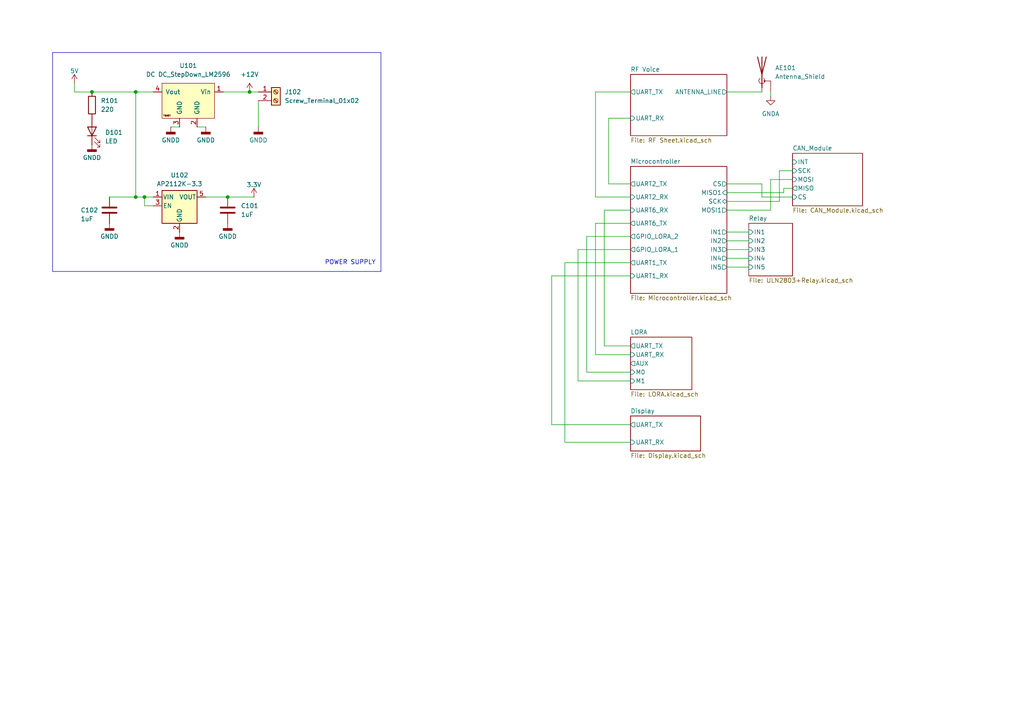
<source format=kicad_sch>
(kicad_sch (version 20231120) (generator "eeschema") (generator_version "8.0")
  (paper "A4")
  (lib_symbols
    (symbol "Connector:Screw_Terminal_01x02" (pin_names (offset 1.016) hide)
      (property "Reference" "J" (at 0 2.54 0))
      (property "Value" "Screw_Terminal_01x02" (at 0 -5.08 0))
      (symbol "Screw_Terminal_01x02_1_1"
        (rectangle (start -1.27 1.27) (end 1.27 -3.81) (stroke (width 0.254)) (fill (type background)))
        (circle (center 0 -2.54) (radius 0.635) (stroke (width 0.1524)))
        (polyline (pts (xy -0.5334 -2.2098) (xy 0.3302 -3.048)) (stroke (width 0.1524)))
        (polyline (pts (xy -0.5334 0.3302) (xy 0.3302 -0.508)) (stroke (width 0.1524)))
        (polyline (pts (xy -0.3556 -2.032) (xy 0.508 -2.8702)) (stroke (width 0.1524)))
        (polyline (pts (xy -0.3556 0.508) (xy 0.508 -0.3302)) (stroke (width 0.1524)))
        (circle (center 0 0) (radius 0.635) (stroke (width 0.1524)))
        (pin passive line (at -5.08 0 0) (length 3.81) (name "Pin_1") (number "1"))
        (pin passive line (at -5.08 -2.54 0) (length 3.81) (name "Pin_2") (number "2"))
      )
    )
    (symbol "DC DC Modules:YAAJ_DCDC_StepDown_LM2596" (pin_names (offset 1.016))
      (property "Reference" "U" (at -5.08 6.35 0))
      (property "Value" "DC DC_StepDown_LM2596" (at 0 11.43 0))
      (symbol "YAAJ_DCDC_StepDown_LM2596_0_1"
        (rectangle (start -7.62 5.08) (end 7.62 -5.08) (fill (type background)))
      )
      (symbol "YAAJ_DCDC_StepDown_LM2596_1_1"
        (text "Y@@V" (at 6.1976 -4.2672 0) (effects (font (size 0.508 0.508))))
        (pin power_in line (at -10.16 2.54 0) (length 2.54) (name "Vin") (number "1"))
        (pin power_in line (at -2.54 -7.62 90) (length 2.54) (name "GND") (number "2"))
        (pin power_in line (at 2.54 -7.62 90) (length 2.54) (name "GND") (number "3"))
        (pin power_out line (at 10.16 2.54 180) (length 2.54) (name "Vout") (number "4"))
      )
    )
    (symbol "Device:Antenna_Shield" (pin_numbers hide) (pin_names (offset 1.016) hide)
      (property "Reference" "AE" (at -1.905 4.445 0))
      (property "Value" "Antenna_Shield" (at -1.905 2.54 0))
      (symbol "Antenna_Shield_0_1"
        (arc (start -0.508 -1.143) (mid -0.8429 -2.1194) (end 0 -2.667))
        (arc (start 0 -2.667) (mid 0.7989 -2.1052) (end 0.508 -1.143))
        (polyline (pts (xy 0 -2.54) (xy 0 0)))
        (polyline (pts (xy 0 5.08) (xy 0 -3.81)) (stroke (width 0.254)))
        (polyline (pts (xy 0.762 -1.905) (xy 2.54 -1.905)))
        (polyline (pts (xy 2.54 -2.54) (xy 2.54 -1.905)))
        (polyline (pts (xy 1.27 5.08) (xy 0 0) (xy -1.27 5.08)) (stroke (width 0.254)))
        (circle (center 0.762 -1.905) (radius 0.1778) (fill (type outline)))
      )
      (symbol "Antenna_Shield_1_1"
        (pin input line (at 0 -5.08 90) (length 2.54) (name "A") (number "1"))
        (pin input line (at 2.54 -5.08 90) (length 2.54) (name "Shield") (number "2"))
      )
    )
    (symbol "Device:C" (pin_numbers hide) (pin_names (offset 0.254))
      (property "Reference" "C" (at 0.635 2.54 0))
      (property "Value" "C" (at 0.635 -2.54 0))
      (symbol "C_0_1"
        (polyline (pts (xy -2.032 -0.762) (xy 2.032 -0.762)) (stroke (width 0.508)))
        (polyline (pts (xy -2.032 0.762) (xy 2.032 0.762)) (stroke (width 0.508)))
      )
      (symbol "C_1_1"
        (pin passive line (at 0 3.81 270) (length 2.794) (name "~") (number "1"))
        (pin passive line (at 0 -3.81 90) (length 2.794) (name "~") (number "2"))
      )
    )
    (symbol "Device:LED" (pin_numbers hide) (pin_names (offset 1.016) hide)
      (property "Reference" "D" (at 0 2.54 0))
      (property "Value" "LED" (at 0 -2.54 0))
      (symbol "LED_0_1"
        (polyline (pts (xy -1.27 -1.27) (xy -1.27 1.27)) (stroke (width 0.254)))
        (polyline (pts (xy -1.27 0) (xy 1.27 0)))
        (polyline (pts (xy 1.27 -1.27) (xy 1.27 1.27) (xy -1.27 0) (xy 1.27 -1.27)) (stroke (width 0.254)))
        (polyline (pts (xy -3.048 -0.762) (xy -4.572 -2.286) (xy -3.81 -2.286) (xy -4.572 -2.286) (xy -4.572 -1.524)))
        (polyline (pts (xy -1.778 -0.762) (xy -3.302 -2.286) (xy -2.54 -2.286) (xy -3.302 -2.286) (xy -3.302 -1.524)))
      )
      (symbol "LED_1_1"
        (pin passive line (at -3.81 0 0) (length 2.54) (name "K") (number "1"))
        (pin passive line (at 3.81 0 180) (length 2.54) (name "A") (number "2"))
      )
    )
    (symbol "Device:R" (pin_numbers hide) (pin_names (offset 0))
      (property "Reference" "R" (at 2.032 0 90))
      (property "Value" "R" (at 0 0 90))
      (symbol "R_0_1"
        (rectangle (start -1.016 -2.54) (end 1.016 2.54) (stroke (width 0.254)))
      )
      (symbol "R_1_1"
        (pin passive line (at 0 3.81 270) (length 1.27) (name "~") (number "1"))
        (pin passive line (at 0 -3.81 90) (length 1.27) (name "~") (number "2"))
      )
    )
    (symbol "Regulator_Linear:AP2112K-3.3" (pin_names (offset 0.254))
      (property "Reference" "U" (at -5.08 5.715 0))
      (property "Value" "AP2112K-3.3" (at 0 5.715 0))
      (symbol "AP2112K-3.3_0_1"
        (rectangle (start -5.08 4.445) (end 5.08 -5.08) (stroke (width 0.254)) (fill (type background)))
      )
      (symbol "AP2112K-3.3_1_1"
        (pin power_in line (at -7.62 2.54 0) (length 2.54) (name "VIN") (number "1"))
        (pin power_in line (at 0 -7.62 90) (length 2.54) (name "GND") (number "2"))
        (pin input line (at -7.62 0 0) (length 2.54) (name "EN") (number "3"))
        (pin no_connect line (at 5.08 0 180) (length 2.54) hide (name "NC") (number "4"))
        (pin power_out line (at 7.62 2.54 180) (length 2.54) (name "VOUT") (number "5"))
      )
    )
    (symbol "power:+12V" (power) (pin_numbers hide) (pin_names (offset 0) hide)
      (property "Value" "+12V" (at 0 3.556 0))
      (symbol "+12V_0_1"
        (polyline (pts (xy -0.762 1.27) (xy 0 2.54)))
        (polyline (pts (xy 0 0) (xy 0 2.54)))
        (polyline (pts (xy 0 2.54) (xy 0.762 1.27)))
      )
      (symbol "+12V_1_1"
        (pin power_in line (at 0 0 90) (length 0) (name "~") (number "1"))
      )
    )
    (symbol "power:GNDA" (power) (pin_numbers hide) (pin_names (offset 0) hide)
      (property "Value" "GNDA" (at 0 -3.81 0))
      (symbol "GNDA_0_1"
        (polyline (pts (xy 0 0) (xy 0 -1.27) (xy 1.27 -1.27) (xy 0 -2.54) (xy -1.27 -1.27) (xy 0 -1.27)))
      )
      (symbol "GNDA_1_1"
        (pin power_in line (at 0 0 270) (length 0) (name "~") (number "1"))
      )
    )
    (symbol "power:GNDD" (power) (pin_numbers hide) (pin_names (offset 0) hide)
      (property "Value" "GNDD" (at 0 -3.175 0))
      (symbol "GNDD_0_1"
        (rectangle (start -1.27 -1.524) (end 1.27 -2.032) (stroke (width 0.254)) (fill (type outline)))
        (polyline (pts (xy 0 0) (xy 0 -1.524)))
      )
      (symbol "GNDD_1_1"
        (pin power_in line (at 0 0 270) (length 0) (name "~") (number "1"))
      )
    )
    (symbol "power:VCC" (power) (pin_numbers hide) (pin_names (offset 0) hide)
      (property "Value" "VCC" (at 0 3.556 0))
      (symbol "VCC_0_1"
        (polyline (pts (xy -0.762 1.27) (xy 0 2.54)))
        (polyline (pts (xy 0 0) (xy 0 2.54)))
        (polyline (pts (xy 0 2.54) (xy 0.762 1.27)))
      )
      (symbol "VCC_1_1"
        (pin power_in line (at 0 0 90) (length 0) (name "~") (number "1"))
      )
    )
  )
  (junction (at 72.39 26.67))
  (junction (at 66.04 57.15))
  (junction (at 39.37 26.67))
  (junction (at 26.67 26.67))
  (junction (at 39.37 57.15))
  (junction (at 41.91 57.15))
  (wire (pts (xy 210.82 67.31) (xy 217.17 67.31)))
  (wire (pts (xy 175.26 60.96) (xy 175.26 100.33)))
  (wire (pts (xy 160.02 80.01) (xy 182.88 80.01)))
  (wire (pts (xy 182.88 53.34) (xy 176.53 53.34)))
  (wire (pts (xy 39.37 26.67) (xy 44.45 26.67)))
  (wire (pts (xy 223.52 26.67) (xy 223.52 27.94)))
  (wire (pts (xy 160.02 123.19) (xy 160.02 80.01)))
  (wire (pts (xy 41.91 59.69) (xy 44.45 59.69)))
  (wire (pts (xy 175.26 100.33) (xy 182.88 100.33)))
  (wire (pts (xy 227.33 54.61) (xy 229.87 54.61)))
  (wire (pts (xy 41.91 57.15) (xy 39.37 57.15)))
  (wire (pts (xy 31.75 57.15) (xy 39.37 57.15)))
  (wire (pts (xy 172.72 64.77) (xy 182.88 64.77)))
  (wire (pts (xy 210.82 77.47) (xy 217.17 77.47)))
  (wire (pts (xy 210.82 58.42) (xy 226.06 58.42)))
  (wire (pts (xy 59.69 57.15) (xy 66.04 57.15)))
  (wire (pts (xy 182.88 72.39) (xy 167.64 72.39)))
  (wire (pts (xy 182.88 57.15) (xy 172.72 57.15)))
  (wire (pts (xy 227.33 55.88) (xy 227.33 54.61)))
  (wire (pts (xy 39.37 57.15) (xy 39.37 26.67)))
  (wire (pts (xy 220.98 57.15) (xy 229.87 57.15)))
  (wire (pts (xy 182.88 123.19) (xy 160.02 123.19)))
  (wire (pts (xy 210.82 60.96) (xy 223.52 60.96)))
  (wire (pts (xy 176.53 34.29) (xy 182.88 34.29)))
  (wire (pts (xy 176.53 53.34) (xy 176.53 34.29)))
  (wire (pts (xy 41.91 57.15) (xy 44.45 57.15)))
  (wire (pts (xy 167.64 72.39) (xy 167.64 110.49)))
  (wire (pts (xy 72.39 26.67) (xy 74.93 26.67)))
  (wire (pts (xy 210.82 74.93) (xy 217.17 74.93)))
  (wire (pts (xy 66.04 57.15) (xy 73.66 57.15)))
  (wire (pts (xy 163.83 128.27) (xy 182.88 128.27)))
  (wire (pts (xy 21.59 24.13) (xy 21.59 26.67)))
  (wire (pts (xy 210.82 53.34) (xy 220.98 53.34)))
  (wire (pts (xy 210.82 26.67) (xy 220.98 26.67)))
  (wire (pts (xy 64.77 26.67) (xy 72.39 26.67)))
  (wire (pts (xy 182.88 68.58) (xy 170.18 68.58)))
  (wire (pts (xy 167.64 110.49) (xy 182.88 110.49)))
  (wire (pts (xy 220.98 53.34) (xy 220.98 57.15)))
  (wire (pts (xy 182.88 102.87) (xy 172.72 102.87)))
  (wire (pts (xy 170.18 107.95) (xy 182.88 107.95)))
  (wire (pts (xy 26.67 26.67) (xy 39.37 26.67)))
  (wire (pts (xy 210.82 72.39) (xy 217.17 72.39)))
  (wire (pts (xy 182.88 60.96) (xy 175.26 60.96)))
  (wire (pts (xy 172.72 26.67) (xy 182.88 26.67)))
  (wire (pts (xy 163.83 76.2) (xy 163.83 128.27)))
  (wire (pts (xy 223.52 52.07) (xy 229.87 52.07)))
  (wire (pts (xy 226.06 58.42) (xy 226.06 49.53)))
  (wire (pts (xy 210.82 55.88) (xy 227.33 55.88)))
  (wire (pts (xy 74.93 36.83) (xy 74.93 29.21)))
  (wire (pts (xy 41.91 57.15) (xy 41.91 59.69)))
  (wire (pts (xy 226.06 49.53) (xy 229.87 49.53)))
  (wire (pts (xy 172.72 57.15) (xy 172.72 26.67)))
  (wire (pts (xy 21.59 26.67) (xy 26.67 26.67)))
  (wire (pts (xy 210.82 69.85) (xy 217.17 69.85)))
  (wire (pts (xy 59.69 36.83) (xy 57.15 36.83)))
  (wire (pts (xy 172.72 102.87) (xy 172.72 64.77)))
  (wire (pts (xy 223.52 60.96) (xy 223.52 52.07)))
  (wire (pts (xy 170.18 68.58) (xy 170.18 107.95)))
  (wire (pts (xy 49.53 36.83) (xy 52.07 36.83)))
  (wire (pts (xy 182.88 76.2) (xy 163.83 76.2)))
  (rectangle (start 15.24 15.24) (end 110.49 78.74))
  (text "POWER SUPPLY" (at 101.6 76.2 0) (effects (font (size 1.27 1.27))))
  (symbol (lib_id "Regulator_Linear:AP2112K-3.3") (at 52.07 59.69 0) (unit 1)
    (property "Reference" "U102" (at 52.07 50.8 0))
    (property "Value" "AP2112K-3.3" (at 52.07 53.34 0))
    (property "Footprint" "Package_TO_SOT_SMD:SOT-23-5" (effects (hide yes)))
    (property "Datasheet" "https://www.diodes.com/assets/Datasheets/AP2112.pdf" (effects (hide yes)))
    (property "Description" "600mA low dropout linear regulator, with enable pin, 3.8V-6V input voltage range, 3.3V fixed positive output, SOT-23-5" (effects (hide yes)))
  )
  (symbol (lib_id "power:VCC") (at 73.66 57.15 0) (unit 1)
    (property "Reference" "#PWR0107" (effects (hide yes)))
    (property "Value" "3.3V" (at 73.66 53.594 0))
    (property "Description" "Power symbol creates a global label with name \"VCC\"" (effects (hide yes)))
  )
  (symbol (lib_id "Device:Antenna_Shield") (at 220.98 21.59 0) (unit 1)
    (property "Reference" "AE101" (at 224.79 19.6849 0) (effects (justify left)))
    (property "Value" "Antenna_Shield" (at 224.79 22.2249 0) (effects (justify left)))
    (property "Footprint" "Connector_Coaxial:SMA_Amphenol_132134-11_Vertical" (effects (hide yes)))
    (property "Description" "Antenna with extra pin for shielding" (effects (hide yes)))
  )
  (symbol (lib_id "DC DC Modules:YAAJ_DCDC_StepDown_LM2596") (at 54.61 29.21 0) (mirror y) (unit 1)
    (property "Reference" "U101" (at 54.61 19.05 0))
    (property "Value" "DC DC_StepDown_LM2596" (at 54.61 21.59 0))
    (property "Footprint" "DC DC Modules:DCDC_StepDown_LM2596" (effects (hide yes)))
    (property "Description" "module : adjustable step down module 3.2V-40V to 1.25V-35V 3A" (effects (hide yes)))
  )
  (symbol (lib_id "power:GNDD") (at 59.69 36.83 0) (unit 1)
    (property "Reference" "#PWR0102" (effects (hide yes)))
    (property "Value" "GNDD" (at 59.69 40.64 0))
    (property "Description" "Power symbol creates a global label with name \"GNDD\" , digital ground" (effects (hide yes)))
  )
  (symbol (lib_id "power:GNDD") (at 26.67 41.91 0) (unit 1)
    (property "Reference" "#PWR0106" (effects (hide yes)))
    (property "Value" "GNDD" (at 26.67 45.72 0))
    (property "Description" "Power symbol creates a global label with name \"GNDD\" , digital ground" (effects (hide yes)))
  )
  (symbol (lib_id "power:+12V") (at 72.39 26.67 0) (unit 1)
    (property "Reference" "#PWR0111" (effects (hide yes)))
    (property "Value" "+12V" (at 72.39 21.59 0))
    (property "Description" "Power symbol creates a global label with name \"+12V\"" (effects (hide yes)))
  )
  (symbol (lib_id "power:GNDD") (at 52.07 67.31 0) (unit 1)
    (property "Reference" "#PWR0110" (effects (hide yes)))
    (property "Value" "GNDD" (at 52.07 71.12 0))
    (property "Description" "Power symbol creates a global label with name \"GNDD\" , digital ground" (effects (hide yes)))
  )
  (symbol (lib_id "Device:C") (at 31.75 60.96 0) (unit 1)
    (property "Reference" "C102" (at 23.368 60.96 0) (effects (justify left)))
    (property "Value" "1uF" (at 23.368 63.5 0) (effects (justify left)))
    (property "Footprint" "Capacitor_SMD:C_0603_1608Metric_Pad1.08x0.95mm_HandSolder" (effects (hide yes)))
    (property "Description" "Unpolarized capacitor" (effects (hide yes)))
  )
  (symbol (lib_id "Connector:Screw_Terminal_01x02") (at 80.01 26.67 0) (unit 1)
    (property "Reference" "J102" (at 82.55 26.6699 0) (effects (justify left)))
    (property "Value" "Screw_Terminal_01x02" (at 82.55 29.2099 0) (effects (justify left)))
    (property "Footprint" "TerminalBlock_Phoenix:TerminalBlock_Phoenix_MKDS-3-2-5.08_1x02_P5.08mm_Horizontal" (effects (hide yes)))
    (property "Description" "Generic screw terminal, single row, 01x02, script generated (kicad-library-utils/schlib/autogen/connector/)" (effects (hide yes)))
  )
  (symbol (lib_id "power:VCC") (at 21.59 24.13 0) (unit 1)
    (property "Reference" "#PWR0105" (effects (hide yes)))
    (property "Value" "5V" (at 21.59 20.574 0))
    (property "Description" "Power symbol creates a global label with name \"VCC\"" (effects (hide yes)))
  )
  (symbol (lib_id "Device:C") (at 66.04 60.96 0) (unit 1)
    (property "Reference" "C101" (at 69.85 59.6899 0) (effects (justify left)))
    (property "Value" "1uF" (at 69.85 62.2299 0) (effects (justify left)))
    (property "Footprint" "Capacitor_SMD:C_0603_1608Metric_Pad1.08x0.95mm_HandSolder" (effects (hide yes)))
    (property "Description" "Unpolarized capacitor" (effects (hide yes)))
  )
  (symbol (lib_id "power:GNDA") (at 223.52 27.94 0) (unit 1)
    (property "Reference" "#PWR0101" (effects (hide yes)))
    (property "Value" "GNDA" (at 223.52 33.02 0))
    (property "Description" "Power symbol creates a global label with name \"GNDA\" , analog ground" (effects (hide yes)))
  )
  (symbol (lib_id "Device:R") (at 26.67 30.48 0) (unit 1)
    (property "Reference" "R101" (at 29.21 29.2099 0) (effects (justify left)))
    (property "Value" "220" (at 29.21 31.7499 0) (effects (justify left)))
    (property "Footprint" "Resistor_SMD:R_0805_2012Metric_Pad1.20x1.40mm_HandSolder" (effects (hide yes)))
    (property "Description" "Resistor" (effects (hide yes)))
  )
  (symbol (lib_id "power:GNDD") (at 49.53 36.83 0) (unit 1)
    (property "Reference" "#PWR0103" (effects (hide yes)))
    (property "Value" "GNDD" (at 49.53 40.64 0))
    (property "Description" "Power symbol creates a global label with name \"GNDD\" , digital ground" (effects (hide yes)))
  )
  (symbol (lib_id "power:GNDD") (at 74.93 36.83 0) (unit 1)
    (property "Reference" "#PWR0104" (effects (hide yes)))
    (property "Value" "GNDD" (at 74.93 40.64 0))
    (property "Description" "Power symbol creates a global label with name \"GNDD\" , digital ground" (effects (hide yes)))
  )
  (symbol (lib_id "power:GNDD") (at 66.04 64.77 0) (unit 1)
    (property "Reference" "#PWR0109" (effects (hide yes)))
    (property "Value" "GNDD" (at 66.04 68.58 0))
    (property "Description" "Power symbol creates a global label with name \"GNDD\" , digital ground" (effects (hide yes)))
  )
  (symbol (lib_id "power:GNDD") (at 31.75 64.77 0) (unit 1)
    (property "Reference" "#PWR0108" (effects (hide yes)))
    (property "Value" "GNDD" (at 31.75 68.58 0))
    (property "Description" "Power symbol creates a global label with name \"GNDD\" , digital ground" (effects (hide yes)))
  )
  (symbol (lib_id "Device:LED") (at 26.67 38.1 90) (unit 1)
    (property "Reference" "D101" (at 30.48 38.4174 90) (effects (justify right)))
    (property "Value" "LED" (at 30.48 40.9574 90) (effects (justify right)))
    (property "Footprint" "LED_SMD:LED_1206_3216Metric_Pad1.42x1.75mm_HandSolder" (effects (hide yes)))
    (property "Description" "Light emitting diode" (effects (hide yes)))
  )
  (sheet (at 182.88 120.65) (size 20.32 10.16) (stroke (width 0.1524))
    (property "Sheetname" "Display" (at 182.88 119.9384 0) (effects (justify left bottom)))
    (property "Sheetfile" "Display.kicad_sch" (at 182.88 131.3946 0) (effects (justify left top)))
    (pin "UART_TX" output (at 182.88 123.19 180))
    (pin "UART_RX" input (at 182.88 128.27 180))
  )
  (sheet (at 217.17 64.77) (size 12.7 15.24) (stroke (width 0.1524))
    (property "Sheetname" "Relay" (at 217.17 64.0584 0) (effects (justify left bottom)))
    (property "Sheetfile" "ULN2803+Relay.kicad_sch" (at 217.17 80.5946 0) (effects (justify left top)))
    (pin "IN2" input (at 217.17 69.85 180))
    (pin "IN4" input (at 217.17 74.93 180))
    (pin "IN3" input (at 217.17 72.39 180))
    (pin "IN1" input (at 217.17 67.31 180))
    (pin "IN5" input (at 217.17 77.47 180))
  )
  (sheet (at 182.88 21.59) (size 27.94 17.78) (stroke (width 0.1524))
    (property "Sheetname" "RF Voice" (at 182.88 20.8784 0) (effects (justify left bottom)))
    (property "Sheetfile" "RF Sheet.kicad_sch" (at 182.88 39.9546 0) (effects (justify left top)))
    (pin "UART_TX" output (at 182.88 26.67 180))
    (pin "UART_RX" input (at 182.88 34.29 180))
    (pin "ANTENNA_LINE" output (at 210.82 26.67 0))
  )
  (sheet (at 229.87 44.45) (size 20.32 15.24) (stroke (width 0.1524))
    (property "Sheetname" "CAN_Module" (at 229.87 43.7384 0) (effects (justify left bottom)))
    (property "Sheetfile" "CAN_Module.kicad_sch" (at 229.87 60.2746 0) (effects (justify left top)))
    (pin "INT" input (at 229.87 46.99 180))
    (pin "SCK" input (at 229.87 49.53 180))
    (pin "MOSI" input (at 229.87 52.07 180))
    (pin "MISO" output (at 229.87 54.61 180))
    (pin "CS" input (at 229.87 57.15 180))
  )
  (sheet (at 182.88 97.79) (size 17.78 15.24) (stroke (width 0.1524))
    (property "Sheetname" "LORA" (at 182.88 97.0784 0) (effects (justify left bottom)))
    (property "Sheetfile" "LORA.kicad_sch" (at 182.88 113.6146 0) (effects (justify left top)))
    (pin "AUX" output (at 182.88 105.41 180))
    (pin "UART_RX" input (at 182.88 102.87 180))
    (pin "UART_TX" output (at 182.88 100.33 180))
    (pin "M0" input (at 182.88 107.95 180))
    (pin "M1" input (at 182.88 110.49 180))
  )
  (sheet (at 182.88 48.26) (size 27.94 36.83) (stroke (width 0.1524))
    (property "Sheetname" "Microcontroller" (at 182.88 47.5484 0) (effects (justify left bottom)))
    (property "Sheetfile" "Microcontroller.kicad_sch" (at 182.88 85.6746 0) (effects (justify left top)))
    (pin "UART2_TX" output (at 182.88 53.34 180))
    (pin "UART2_RX" input (at 182.88 57.15 180))
    (pin "UART6_RX" input (at 182.88 60.96 180))
    (pin "UART6_TX" output (at 182.88 64.77 180))
    (pin "GPIO_LORA_2" output (at 182.88 68.58 180))
    (pin "GPIO_LORA_1" output (at 182.88 72.39 180))
    (pin "UART1_TX" output (at 182.88 76.2 180))
    (pin "UART1_RX" input (at 182.88 80.01 180))
    (pin "CS" output (at 210.82 53.34 0))
    (pin "MISO1" input (at 210.82 55.88 0))
    (pin "SCK" bidirectional (at 210.82 58.42 0))
    (pin "MOSI1" output (at 210.82 60.96 0))
    (pin "IN1" output (at 210.82 67.31 0))
    (pin "IN2" output (at 210.82 69.85 0))
    (pin "IN3" output (at 210.82 72.39 0))
    (pin "IN4" output (at 210.82 74.93 0))
    (pin "IN5" output (at 210.82 77.47 0))
  )
)
</source>
